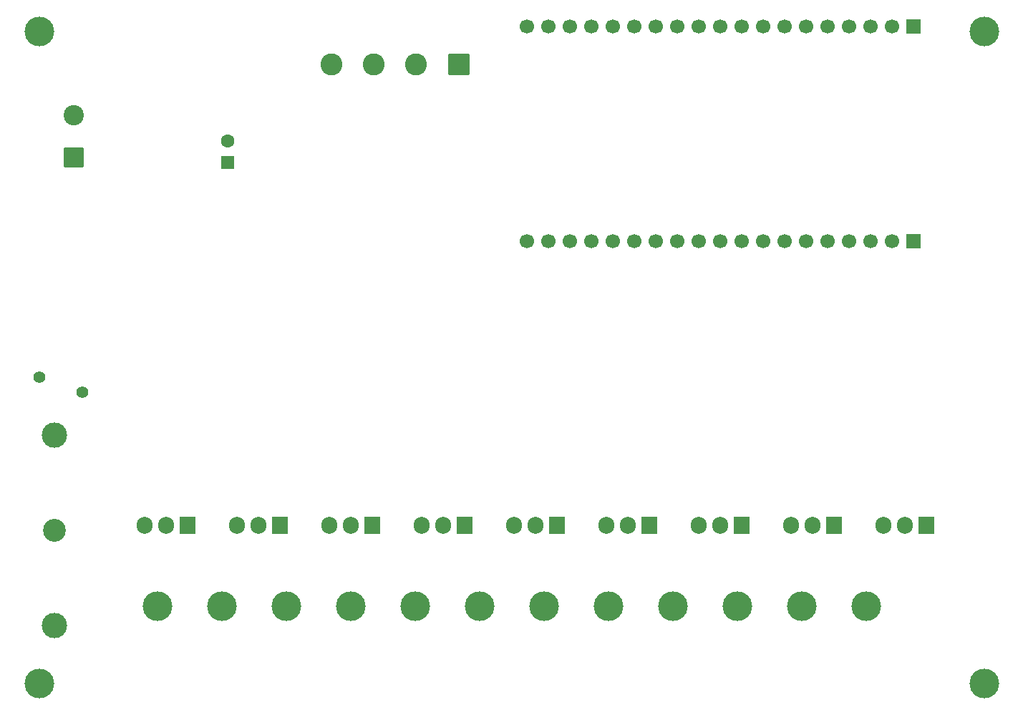
<source format=gbr>
%TF.GenerationSoftware,KiCad,Pcbnew,9.0.0*%
%TF.CreationDate,2025-07-11T15:45:50+08:00*%
%TF.ProjectId,ESPrinkler Retic PCB,45535072-696e-46b6-9c65-722052657469,rev?*%
%TF.SameCoordinates,Original*%
%TF.FileFunction,Soldermask,Bot*%
%TF.FilePolarity,Negative*%
%FSLAX46Y46*%
G04 Gerber Fmt 4.6, Leading zero omitted, Abs format (unit mm)*
G04 Created by KiCad (PCBNEW 9.0.0) date 2025-07-11 15:45:50*
%MOMM*%
%LPD*%
G01*
G04 APERTURE LIST*
G04 Aperture macros list*
%AMRoundRect*
0 Rectangle with rounded corners*
0 $1 Rounding radius*
0 $2 $3 $4 $5 $6 $7 $8 $9 X,Y pos of 4 corners*
0 Add a 4 corners polygon primitive as box body*
4,1,4,$2,$3,$4,$5,$6,$7,$8,$9,$2,$3,0*
0 Add four circle primitives for the rounded corners*
1,1,$1+$1,$2,$3*
1,1,$1+$1,$4,$5*
1,1,$1+$1,$6,$7*
1,1,$1+$1,$8,$9*
0 Add four rect primitives between the rounded corners*
20,1,$1+$1,$2,$3,$4,$5,0*
20,1,$1+$1,$4,$5,$6,$7,0*
20,1,$1+$1,$6,$7,$8,$9,0*
20,1,$1+$1,$8,$9,$2,$3,0*%
G04 Aperture macros list end*
%ADD10R,1.905000X2.000000*%
%ADD11O,1.905000X2.000000*%
%ADD12RoundRect,0.250000X1.050000X1.050000X-1.050000X1.050000X-1.050000X-1.050000X1.050000X-1.050000X0*%
%ADD13C,2.600000*%
%ADD14RoundRect,0.250000X0.550000X-0.550000X0.550000X0.550000X-0.550000X0.550000X-0.550000X-0.550000X0*%
%ADD15C,1.600000*%
%ADD16C,3.500000*%
%ADD17RoundRect,0.250001X0.949999X-0.949999X0.949999X0.949999X-0.949999X0.949999X-0.949999X-0.949999X0*%
%ADD18C,2.400000*%
%ADD19C,1.400000*%
%ADD20R,1.700000X1.700000*%
%ADD21C,1.700000*%
%ADD22C,3.000000*%
%ADD23C,2.700000*%
G04 APERTURE END LIST*
D10*
%TO.C,D17*%
X241554000Y-127086000D03*
D11*
X239014000Y-127086000D03*
X236474000Y-127086000D03*
%TD*%
D10*
%TO.C,D16*%
X230632000Y-127086000D03*
D11*
X228092000Y-127086000D03*
X225552000Y-127086000D03*
%TD*%
D10*
%TO.C,D15*%
X219710000Y-127086000D03*
D11*
X217170000Y-127086000D03*
X214630000Y-127086000D03*
%TD*%
D10*
%TO.C,D14*%
X208788000Y-127086000D03*
D11*
X206248000Y-127086000D03*
X203708000Y-127086000D03*
%TD*%
D10*
%TO.C,D8*%
X197866000Y-127086000D03*
D11*
X195326000Y-127086000D03*
X192786000Y-127086000D03*
%TD*%
D10*
%TO.C,D7*%
X186944000Y-127086000D03*
D11*
X184404000Y-127086000D03*
X181864000Y-127086000D03*
%TD*%
D10*
%TO.C,D6*%
X176022000Y-127086000D03*
D11*
X173482000Y-127086000D03*
X170942000Y-127086000D03*
%TD*%
D10*
%TO.C,D5*%
X165100000Y-127086000D03*
D11*
X162560000Y-127086000D03*
X160020000Y-127086000D03*
%TD*%
D10*
%TO.C,D4*%
X154178000Y-127086000D03*
D11*
X151638000Y-127086000D03*
X149098000Y-127086000D03*
%TD*%
D12*
%TO.C,J6*%
X186252500Y-72641500D03*
D13*
X181252500Y-72641500D03*
X176252500Y-72641500D03*
X171252500Y-72641500D03*
%TD*%
D14*
%TO.C,C4*%
X158966750Y-84171000D03*
D15*
X158966750Y-81671000D03*
%TD*%
D16*
%TO.C,REF\u002A\u002A*%
X248412000Y-145796000D03*
%TD*%
D17*
%TO.C,C1*%
X140716000Y-83627216D03*
D18*
X140716000Y-78627216D03*
%TD*%
D16*
%TO.C,REF\u002A\u002A*%
X248412000Y-68707000D03*
%TD*%
%TO.C,J1*%
X150622000Y-136652000D03*
X158242000Y-136652000D03*
X165862000Y-136652000D03*
X173482000Y-136652000D03*
X181102000Y-136652000D03*
X188722000Y-136652000D03*
X196342000Y-136652000D03*
X203962000Y-136652000D03*
X211582000Y-136652000D03*
X219202000Y-136652000D03*
X226822000Y-136652000D03*
X234442000Y-136652000D03*
%TD*%
D19*
%TO.C,F2*%
X136652000Y-109601000D03*
X141752000Y-111401000D03*
%TD*%
D16*
%TO.C,REF\u002A\u002A*%
X136652000Y-68707000D03*
%TD*%
%TO.C,REF\u002A\u002A*%
X136652000Y-145796000D03*
%TD*%
D20*
%TO.C,J4*%
X240029999Y-68072001D03*
D21*
X237489999Y-68072001D03*
X234949999Y-68072001D03*
X232409999Y-68072001D03*
X229869999Y-68072001D03*
X227329999Y-68072001D03*
X224789999Y-68072001D03*
X222249999Y-68072001D03*
X219709999Y-68072001D03*
X217169999Y-68072001D03*
X214629999Y-68072001D03*
X212089999Y-68072001D03*
X209549999Y-68072001D03*
X207009999Y-68072001D03*
X204469999Y-68072001D03*
X201929999Y-68072001D03*
X199389999Y-68072001D03*
X196849999Y-68072001D03*
X194309999Y-68072001D03*
%TD*%
D20*
%TO.C,J5*%
X240029999Y-93472001D03*
D21*
X237489999Y-93472001D03*
X234949999Y-93472001D03*
X232409999Y-93472001D03*
X229869999Y-93472001D03*
X227329999Y-93472001D03*
X224789999Y-93472001D03*
X222249999Y-93472001D03*
X219709999Y-93472001D03*
X217169999Y-93472001D03*
X214629999Y-93472001D03*
X212089999Y-93472001D03*
X209549999Y-93472001D03*
X207009999Y-93472001D03*
X204469999Y-93472001D03*
X201929999Y-93472001D03*
X199389999Y-93472001D03*
X196849999Y-93472001D03*
X194309999Y-93472001D03*
%TD*%
D22*
%TO.C,F1*%
X138430000Y-138938000D03*
X138430000Y-116438000D03*
D23*
X138430000Y-127688000D03*
%TD*%
M02*

</source>
